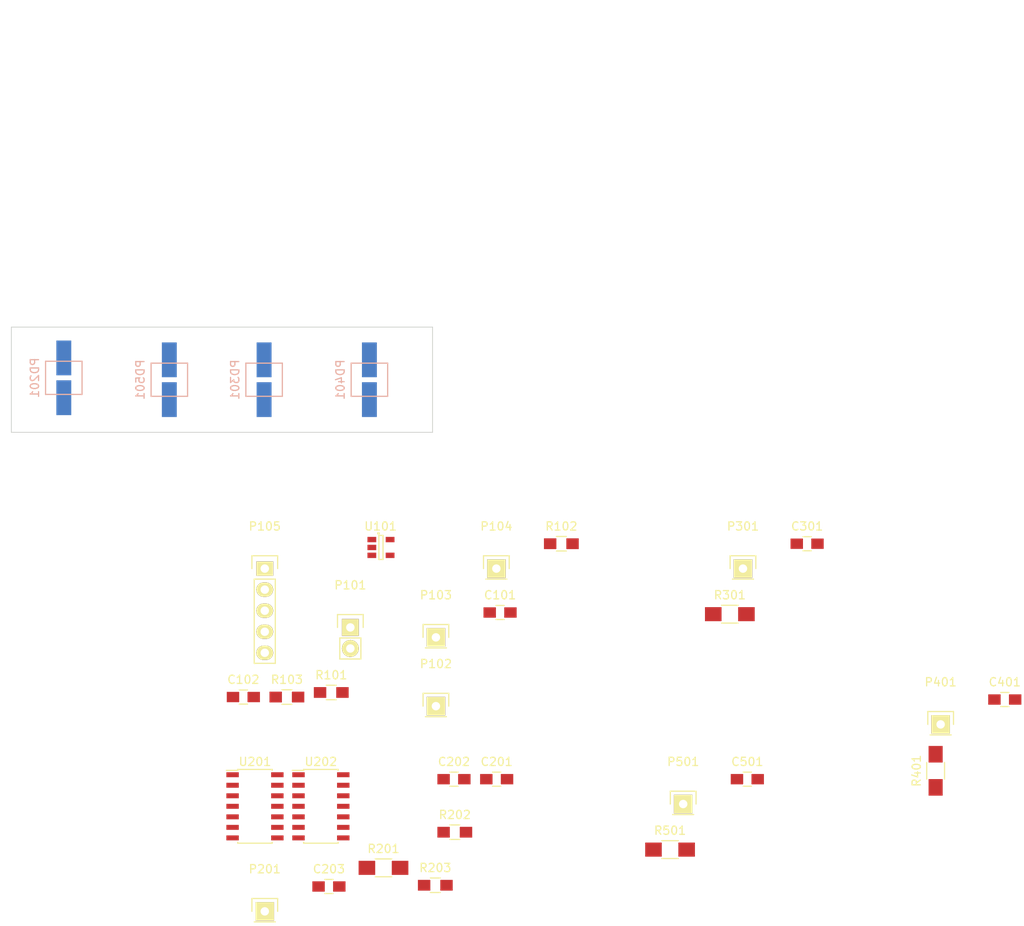
<source format=kicad_pcb>
(kicad_pcb (version 4) (host pcbnew 0.201505141916+5653~23~ubuntu14.04.1-product)

  (general
    (links 69)
    (no_connects 69)
    (area 77.419999 105.359999 128.320001 118.160001)
    (thickness 1.6)
    (drawings 8)
    (tracks 0)
    (zones 0)
    (modules 33)
    (nets 21)
  )

  (page A4)
  (layers
    (0 F.Cu signal)
    (31 B.Cu signal)
    (32 B.Adhes user)
    (33 F.Adhes user)
    (34 B.Paste user)
    (35 F.Paste user)
    (36 B.SilkS user)
    (37 F.SilkS user)
    (38 B.Mask user)
    (39 F.Mask user)
    (40 Dwgs.User user)
    (41 Cmts.User user)
    (42 Eco1.User user)
    (43 Eco2.User user)
    (44 Edge.Cuts user)
    (45 Margin user)
    (46 B.CrtYd user)
    (47 F.CrtYd user)
    (48 B.Fab user)
    (49 F.Fab user)
  )

  (setup
    (last_trace_width 0.254)
    (trace_clearance 0.254)
    (zone_clearance 0.508)
    (zone_45_only no)
    (trace_min 0.254)
    (segment_width 0.2)
    (edge_width 0.1)
    (via_size 0.889)
    (via_drill 0.635)
    (via_min_size 0.889)
    (via_min_drill 0.508)
    (uvia_size 0.508)
    (uvia_drill 0.127)
    (uvias_allowed no)
    (uvia_min_size 0.508)
    (uvia_min_drill 0.127)
    (pcb_text_width 0.3)
    (pcb_text_size 1.5 1.5)
    (mod_edge_width 0.15)
    (mod_text_size 1 1)
    (mod_text_width 0.15)
    (pad_size 1.5 1.5)
    (pad_drill 0.6)
    (pad_to_mask_clearance 0)
    (aux_axis_origin 0 0)
    (visible_elements FFFFFF7F)
    (pcbplotparams
      (layerselection 0x00030_80000001)
      (usegerberextensions false)
      (excludeedgelayer true)
      (linewidth 0.100000)
      (plotframeref false)
      (viasonmask false)
      (mode 1)
      (useauxorigin false)
      (hpglpennumber 1)
      (hpglpenspeed 20)
      (hpglpendiameter 15)
      (hpglpenoverlay 2)
      (psnegative false)
      (psa4output false)
      (plotreference true)
      (plotvalue true)
      (plotinvisibletext false)
      (padsonsilk false)
      (subtractmaskfromsilk false)
      (outputformat 1)
      (mirror false)
      (drillshape 1)
      (scaleselection 1)
      (outputdirectory ""))
  )

  (net 0 "")
  (net 1 "Net-(C101-Pad1)")
  (net 2 GND)
  (net 3 3V)
  (net 4 "Net-(C202-Pad1)")
  (net 5 "Net-(C202-Pad2)")
  (net 6 "Net-(C301-Pad1)")
  (net 7 "Net-(C301-Pad2)")
  (net 8 "Net-(C401-Pad1)")
  (net 9 "Net-(C401-Pad2)")
  (net 10 "Net-(C501-Pad1)")
  (net 11 "Net-(C501-Pad2)")
  (net 12 VGND)
  (net 13 /Channel1Photodetect/Channel1_Out)
  (net 14 /Channel2Photodetect/Channel2_Out)
  (net 15 /Channel3Photodetect/Channel3_Out)
  (net 16 /Channel4Photodetect/Channel4_Out)
  (net 17 "Net-(R101-Pad1)")
  (net 18 /Channel2Photodetect/REF_IN)
  (net 19 "Net-(R203-Pad1)")
  (net 20 "Net-(U101-Pad4)")

  (net_class Default "This is the default net class."
    (clearance 0.254)
    (trace_width 0.254)
    (via_dia 0.889)
    (via_drill 0.635)
    (uvia_dia 0.508)
    (uvia_drill 0.127)
    (add_net /Channel1Photodetect/Channel1_Out)
    (add_net /Channel2Photodetect/Channel2_Out)
    (add_net /Channel2Photodetect/REF_IN)
    (add_net /Channel3Photodetect/Channel3_Out)
    (add_net /Channel4Photodetect/Channel4_Out)
    (add_net 3V)
    (add_net GND)
    (add_net "Net-(C101-Pad1)")
    (add_net "Net-(C202-Pad1)")
    (add_net "Net-(C202-Pad2)")
    (add_net "Net-(C301-Pad1)")
    (add_net "Net-(C301-Pad2)")
    (add_net "Net-(C401-Pad1)")
    (add_net "Net-(C401-Pad2)")
    (add_net "Net-(C501-Pad1)")
    (add_net "Net-(C501-Pad2)")
    (add_net "Net-(R101-Pad1)")
    (add_net "Net-(R203-Pad1)")
    (add_net "Net-(U101-Pad4)")
    (add_net VGND)
  )

  (module Capacitors_SMD:C_0805_HandSoldering (layer F.Cu) (tedit 541A9B8D) (tstamp 5556546A)
    (at 136.409001 139.849)
    (descr "Capacitor SMD 0805, hand soldering")
    (tags "capacitor 0805")
    (path /555651D9)
    (attr smd)
    (fp_text reference C101 (at 0 -2.1) (layer F.SilkS)
      (effects (font (size 1 1) (thickness 0.15)))
    )
    (fp_text value 1U (at 0 2.1) (layer F.Fab)
      (effects (font (size 1 1) (thickness 0.15)))
    )
    (fp_line (start -2.3 -1) (end 2.3 -1) (layer F.CrtYd) (width 0.05))
    (fp_line (start -2.3 1) (end 2.3 1) (layer F.CrtYd) (width 0.05))
    (fp_line (start -2.3 -1) (end -2.3 1) (layer F.CrtYd) (width 0.05))
    (fp_line (start 2.3 -1) (end 2.3 1) (layer F.CrtYd) (width 0.05))
    (fp_line (start 0.5 -0.85) (end -0.5 -0.85) (layer F.SilkS) (width 0.15))
    (fp_line (start -0.5 0.85) (end 0.5 0.85) (layer F.SilkS) (width 0.15))
    (pad 1 smd rect (at -1.25 0) (size 1.5 1.25) (layers F.Cu F.Paste F.Mask)
      (net 1 "Net-(C101-Pad1)"))
    (pad 2 smd rect (at 1.25 0) (size 1.5 1.25) (layers F.Cu F.Paste F.Mask)
      (net 2 GND))
    (model Capacitors_SMD.3dshapes/C_0805_HandSoldering.wrl
      (at (xyz 0 0 0))
      (scale (xyz 1 1 1))
      (rotate (xyz 0 0 0))
    )
  )

  (module Capacitors_SMD:C_0805_HandSoldering (layer F.Cu) (tedit 541A9B8D) (tstamp 55565470)
    (at 105.449001 150.049)
    (descr "Capacitor SMD 0805, hand soldering")
    (tags "capacitor 0805")
    (path /55565240)
    (attr smd)
    (fp_text reference C102 (at 0 -2.1) (layer F.SilkS)
      (effects (font (size 1 1) (thickness 0.15)))
    )
    (fp_text value 1U (at 0 2.1) (layer F.Fab)
      (effects (font (size 1 1) (thickness 0.15)))
    )
    (fp_line (start -2.3 -1) (end 2.3 -1) (layer F.CrtYd) (width 0.05))
    (fp_line (start -2.3 1) (end 2.3 1) (layer F.CrtYd) (width 0.05))
    (fp_line (start -2.3 -1) (end -2.3 1) (layer F.CrtYd) (width 0.05))
    (fp_line (start 2.3 -1) (end 2.3 1) (layer F.CrtYd) (width 0.05))
    (fp_line (start 0.5 -0.85) (end -0.5 -0.85) (layer F.SilkS) (width 0.15))
    (fp_line (start -0.5 0.85) (end 0.5 0.85) (layer F.SilkS) (width 0.15))
    (pad 1 smd rect (at -1.25 0) (size 1.5 1.25) (layers F.Cu F.Paste F.Mask)
      (net 3 3V))
    (pad 2 smd rect (at 1.25 0) (size 1.5 1.25) (layers F.Cu F.Paste F.Mask)
      (net 2 GND))
    (model Capacitors_SMD.3dshapes/C_0805_HandSoldering.wrl
      (at (xyz 0 0 0))
      (scale (xyz 1 1 1))
      (rotate (xyz 0 0 0))
    )
  )

  (module Capacitors_SMD:C_0805_HandSoldering (layer F.Cu) (tedit 541A9B8D) (tstamp 55565476)
    (at 135.999001 159.959)
    (descr "Capacitor SMD 0805, hand soldering")
    (tags "capacitor 0805")
    (path /5552CD55/5552D53D)
    (attr smd)
    (fp_text reference C201 (at 0 -2.1) (layer F.SilkS)
      (effects (font (size 1 1) (thickness 0.15)))
    )
    (fp_text value .1U (at 0 2.1) (layer F.Fab)
      (effects (font (size 1 1) (thickness 0.15)))
    )
    (fp_line (start -2.3 -1) (end 2.3 -1) (layer F.CrtYd) (width 0.05))
    (fp_line (start -2.3 1) (end 2.3 1) (layer F.CrtYd) (width 0.05))
    (fp_line (start -2.3 -1) (end -2.3 1) (layer F.CrtYd) (width 0.05))
    (fp_line (start 2.3 -1) (end 2.3 1) (layer F.CrtYd) (width 0.05))
    (fp_line (start 0.5 -0.85) (end -0.5 -0.85) (layer F.SilkS) (width 0.15))
    (fp_line (start -0.5 0.85) (end 0.5 0.85) (layer F.SilkS) (width 0.15))
    (pad 1 smd rect (at -1.25 0) (size 1.5 1.25) (layers F.Cu F.Paste F.Mask)
      (net 2 GND))
    (pad 2 smd rect (at 1.25 0) (size 1.5 1.25) (layers F.Cu F.Paste F.Mask)
      (net 3 3V))
    (model Capacitors_SMD.3dshapes/C_0805_HandSoldering.wrl
      (at (xyz 0 0 0))
      (scale (xyz 1 1 1))
      (rotate (xyz 0 0 0))
    )
  )

  (module Capacitors_SMD:C_0805_HandSoldering (layer F.Cu) (tedit 541A9B8D) (tstamp 5556547C)
    (at 130.849001 159.959)
    (descr "Capacitor SMD 0805, hand soldering")
    (tags "capacitor 0805")
    (path /5552CD55/5552D504)
    (attr smd)
    (fp_text reference C202 (at 0 -2.1) (layer F.SilkS)
      (effects (font (size 1 1) (thickness 0.15)))
    )
    (fp_text value 100p (at 0 2.1) (layer F.Fab)
      (effects (font (size 1 1) (thickness 0.15)))
    )
    (fp_line (start -2.3 -1) (end 2.3 -1) (layer F.CrtYd) (width 0.05))
    (fp_line (start -2.3 1) (end 2.3 1) (layer F.CrtYd) (width 0.05))
    (fp_line (start -2.3 -1) (end -2.3 1) (layer F.CrtYd) (width 0.05))
    (fp_line (start 2.3 -1) (end 2.3 1) (layer F.CrtYd) (width 0.05))
    (fp_line (start 0.5 -0.85) (end -0.5 -0.85) (layer F.SilkS) (width 0.15))
    (fp_line (start -0.5 0.85) (end 0.5 0.85) (layer F.SilkS) (width 0.15))
    (pad 1 smd rect (at -1.25 0) (size 1.5 1.25) (layers F.Cu F.Paste F.Mask)
      (net 4 "Net-(C202-Pad1)"))
    (pad 2 smd rect (at 1.25 0) (size 1.5 1.25) (layers F.Cu F.Paste F.Mask)
      (net 5 "Net-(C202-Pad2)"))
    (model Capacitors_SMD.3dshapes/C_0805_HandSoldering.wrl
      (at (xyz 0 0 0))
      (scale (xyz 1 1 1))
      (rotate (xyz 0 0 0))
    )
  )

  (module Capacitors_SMD:C_0805_HandSoldering (layer F.Cu) (tedit 541A9B8D) (tstamp 55565482)
    (at 115.769001 172.909)
    (descr "Capacitor SMD 0805, hand soldering")
    (tags "capacitor 0805")
    (path /5552CD55/5552D589)
    (attr smd)
    (fp_text reference C203 (at 0 -2.1) (layer F.SilkS)
      (effects (font (size 1 1) (thickness 0.15)))
    )
    (fp_text value .1U (at 0 2.1) (layer F.Fab)
      (effects (font (size 1 1) (thickness 0.15)))
    )
    (fp_line (start -2.3 -1) (end 2.3 -1) (layer F.CrtYd) (width 0.05))
    (fp_line (start -2.3 1) (end 2.3 1) (layer F.CrtYd) (width 0.05))
    (fp_line (start -2.3 -1) (end -2.3 1) (layer F.CrtYd) (width 0.05))
    (fp_line (start 2.3 -1) (end 2.3 1) (layer F.CrtYd) (width 0.05))
    (fp_line (start 0.5 -0.85) (end -0.5 -0.85) (layer F.SilkS) (width 0.15))
    (fp_line (start -0.5 0.85) (end 0.5 0.85) (layer F.SilkS) (width 0.15))
    (pad 1 smd rect (at -1.25 0) (size 1.5 1.25) (layers F.Cu F.Paste F.Mask)
      (net 2 GND))
    (pad 2 smd rect (at 1.25 0) (size 1.5 1.25) (layers F.Cu F.Paste F.Mask)
      (net 3 3V))
    (model Capacitors_SMD.3dshapes/C_0805_HandSoldering.wrl
      (at (xyz 0 0 0))
      (scale (xyz 1 1 1))
      (rotate (xyz 0 0 0))
    )
  )

  (module Capacitors_SMD:C_0805_HandSoldering (layer F.Cu) (tedit 541A9B8D) (tstamp 55565488)
    (at 173.439001 131.549)
    (descr "Capacitor SMD 0805, hand soldering")
    (tags "capacitor 0805")
    (path /5552DDC5/5552E2D5)
    (attr smd)
    (fp_text reference C301 (at 0 -2.1) (layer F.SilkS)
      (effects (font (size 1 1) (thickness 0.15)))
    )
    (fp_text value 100p (at 0 2.1) (layer F.Fab)
      (effects (font (size 1 1) (thickness 0.15)))
    )
    (fp_line (start -2.3 -1) (end 2.3 -1) (layer F.CrtYd) (width 0.05))
    (fp_line (start -2.3 1) (end 2.3 1) (layer F.CrtYd) (width 0.05))
    (fp_line (start -2.3 -1) (end -2.3 1) (layer F.CrtYd) (width 0.05))
    (fp_line (start 2.3 -1) (end 2.3 1) (layer F.CrtYd) (width 0.05))
    (fp_line (start 0.5 -0.85) (end -0.5 -0.85) (layer F.SilkS) (width 0.15))
    (fp_line (start -0.5 0.85) (end 0.5 0.85) (layer F.SilkS) (width 0.15))
    (pad 1 smd rect (at -1.25 0) (size 1.5 1.25) (layers F.Cu F.Paste F.Mask)
      (net 6 "Net-(C301-Pad1)"))
    (pad 2 smd rect (at 1.25 0) (size 1.5 1.25) (layers F.Cu F.Paste F.Mask)
      (net 7 "Net-(C301-Pad2)"))
    (model Capacitors_SMD.3dshapes/C_0805_HandSoldering.wrl
      (at (xyz 0 0 0))
      (scale (xyz 1 1 1))
      (rotate (xyz 0 0 0))
    )
  )

  (module Capacitors_SMD:C_0805_HandSoldering (layer F.Cu) (tedit 541A9B8D) (tstamp 5556548E)
    (at 197.279001 150.349)
    (descr "Capacitor SMD 0805, hand soldering")
    (tags "capacitor 0805")
    (path /5552DDD1/5552FFB3)
    (attr smd)
    (fp_text reference C401 (at 0 -2.1) (layer F.SilkS)
      (effects (font (size 1 1) (thickness 0.15)))
    )
    (fp_text value 100p (at 0 2.1) (layer F.Fab)
      (effects (font (size 1 1) (thickness 0.15)))
    )
    (fp_line (start -2.3 -1) (end 2.3 -1) (layer F.CrtYd) (width 0.05))
    (fp_line (start -2.3 1) (end 2.3 1) (layer F.CrtYd) (width 0.05))
    (fp_line (start -2.3 -1) (end -2.3 1) (layer F.CrtYd) (width 0.05))
    (fp_line (start 2.3 -1) (end 2.3 1) (layer F.CrtYd) (width 0.05))
    (fp_line (start 0.5 -0.85) (end -0.5 -0.85) (layer F.SilkS) (width 0.15))
    (fp_line (start -0.5 0.85) (end 0.5 0.85) (layer F.SilkS) (width 0.15))
    (pad 1 smd rect (at -1.25 0) (size 1.5 1.25) (layers F.Cu F.Paste F.Mask)
      (net 8 "Net-(C401-Pad1)"))
    (pad 2 smd rect (at 1.25 0) (size 1.5 1.25) (layers F.Cu F.Paste F.Mask)
      (net 9 "Net-(C401-Pad2)"))
    (model Capacitors_SMD.3dshapes/C_0805_HandSoldering.wrl
      (at (xyz 0 0 0))
      (scale (xyz 1 1 1))
      (rotate (xyz 0 0 0))
    )
  )

  (module Capacitors_SMD:C_0805_HandSoldering (layer F.Cu) (tedit 541A9B8D) (tstamp 55565494)
    (at 166.229001 159.959)
    (descr "Capacitor SMD 0805, hand soldering")
    (tags "capacitor 0805")
    (path /5552DDCE/5552F9AB)
    (attr smd)
    (fp_text reference C501 (at 0 -2.1) (layer F.SilkS)
      (effects (font (size 1 1) (thickness 0.15)))
    )
    (fp_text value 100p (at 0 2.1) (layer F.Fab)
      (effects (font (size 1 1) (thickness 0.15)))
    )
    (fp_line (start -2.3 -1) (end 2.3 -1) (layer F.CrtYd) (width 0.05))
    (fp_line (start -2.3 1) (end 2.3 1) (layer F.CrtYd) (width 0.05))
    (fp_line (start -2.3 -1) (end -2.3 1) (layer F.CrtYd) (width 0.05))
    (fp_line (start 2.3 -1) (end 2.3 1) (layer F.CrtYd) (width 0.05))
    (fp_line (start 0.5 -0.85) (end -0.5 -0.85) (layer F.SilkS) (width 0.15))
    (fp_line (start -0.5 0.85) (end 0.5 0.85) (layer F.SilkS) (width 0.15))
    (pad 1 smd rect (at -1.25 0) (size 1.5 1.25) (layers F.Cu F.Paste F.Mask)
      (net 10 "Net-(C501-Pad1)"))
    (pad 2 smd rect (at 1.25 0) (size 1.5 1.25) (layers F.Cu F.Paste F.Mask)
      (net 11 "Net-(C501-Pad2)"))
    (model Capacitors_SMD.3dshapes/C_0805_HandSoldering.wrl
      (at (xyz 0 0 0))
      (scale (xyz 1 1 1))
      (rotate (xyz 0 0 0))
    )
  )

  (module Pin_Headers:Pin_Header_Straight_1x02 (layer F.Cu) (tedit 54EA090C) (tstamp 5556549A)
    (at 118.352333 141.649)
    (descr "Through hole pin header")
    (tags "pin header")
    (path /55563E64)
    (fp_text reference P101 (at 0 -5.1) (layer F.SilkS)
      (effects (font (size 1 1) (thickness 0.15)))
    )
    (fp_text value CONN_01X02 (at 0 -3.1) (layer F.Fab)
      (effects (font (size 1 1) (thickness 0.15)))
    )
    (fp_line (start 1.27 1.27) (end 1.27 3.81) (layer F.SilkS) (width 0.15))
    (fp_line (start 1.55 -1.55) (end 1.55 0) (layer F.SilkS) (width 0.15))
    (fp_line (start -1.75 -1.75) (end -1.75 4.3) (layer F.CrtYd) (width 0.05))
    (fp_line (start 1.75 -1.75) (end 1.75 4.3) (layer F.CrtYd) (width 0.05))
    (fp_line (start -1.75 -1.75) (end 1.75 -1.75) (layer F.CrtYd) (width 0.05))
    (fp_line (start -1.75 4.3) (end 1.75 4.3) (layer F.CrtYd) (width 0.05))
    (fp_line (start 1.27 1.27) (end -1.27 1.27) (layer F.SilkS) (width 0.15))
    (fp_line (start -1.55 0) (end -1.55 -1.55) (layer F.SilkS) (width 0.15))
    (fp_line (start -1.55 -1.55) (end 1.55 -1.55) (layer F.SilkS) (width 0.15))
    (fp_line (start -1.27 1.27) (end -1.27 3.81) (layer F.SilkS) (width 0.15))
    (fp_line (start -1.27 3.81) (end 1.27 3.81) (layer F.SilkS) (width 0.15))
    (pad 1 thru_hole rect (at 0 0) (size 2.032 2.032) (drill 1.016) (layers *.Cu *.Mask F.SilkS)
      (net 2 GND))
    (pad 2 thru_hole oval (at 0 2.54) (size 2.032 2.032) (drill 1.016) (layers *.Cu *.Mask F.SilkS)
      (net 1 "Net-(C101-Pad1)"))
    (model Pin_Headers.3dshapes/Pin_Header_Straight_1x02.wrl
      (at (xyz 0 -0.05 0))
      (scale (xyz 1 1 1))
      (rotate (xyz 0 0 90))
    )
  )

  (module Pin_Headers:Pin_Header_Straight_1x01 (layer F.Cu) (tedit 54EA08DC) (tstamp 5556549F)
    (at 128.672333 151.149)
    (descr "Through hole pin header")
    (tags "pin header")
    (path /555640A4)
    (fp_text reference P102 (at 0 -5.1) (layer F.SilkS)
      (effects (font (size 1 1) (thickness 0.15)))
    )
    (fp_text value CONN_01X01 (at 0 -3.1) (layer F.Fab)
      (effects (font (size 1 1) (thickness 0.15)))
    )
    (fp_line (start 1.55 -1.55) (end 1.55 0) (layer F.SilkS) (width 0.15))
    (fp_line (start -1.75 -1.75) (end -1.75 1.75) (layer F.CrtYd) (width 0.05))
    (fp_line (start 1.75 -1.75) (end 1.75 1.75) (layer F.CrtYd) (width 0.05))
    (fp_line (start -1.75 -1.75) (end 1.75 -1.75) (layer F.CrtYd) (width 0.05))
    (fp_line (start -1.75 1.75) (end 1.75 1.75) (layer F.CrtYd) (width 0.05))
    (fp_line (start -1.55 0) (end -1.55 -1.55) (layer F.SilkS) (width 0.15))
    (fp_line (start -1.55 -1.55) (end 1.55 -1.55) (layer F.SilkS) (width 0.15))
    (fp_line (start -1.27 1.27) (end 1.27 1.27) (layer F.SilkS) (width 0.15))
    (pad 1 thru_hole rect (at 0 0) (size 2.2352 2.2352) (drill 1.016) (layers *.Cu *.Mask F.SilkS)
      (net 12 VGND))
    (model Pin_Headers.3dshapes/Pin_Header_Straight_1x01.wrl
      (at (xyz 0 0 0))
      (scale (xyz 1 1 1))
      (rotate (xyz 0 0 90))
    )
  )

  (module Pin_Headers:Pin_Header_Straight_1x01 (layer F.Cu) (tedit 54EA08DC) (tstamp 555654A4)
    (at 128.672333 142.849)
    (descr "Through hole pin header")
    (tags "pin header")
    (path /55563D09)
    (fp_text reference P103 (at 0 -5.1) (layer F.SilkS)
      (effects (font (size 1 1) (thickness 0.15)))
    )
    (fp_text value CONN_01X01 (at 0 -3.1) (layer F.Fab)
      (effects (font (size 1 1) (thickness 0.15)))
    )
    (fp_line (start 1.55 -1.55) (end 1.55 0) (layer F.SilkS) (width 0.15))
    (fp_line (start -1.75 -1.75) (end -1.75 1.75) (layer F.CrtYd) (width 0.05))
    (fp_line (start 1.75 -1.75) (end 1.75 1.75) (layer F.CrtYd) (width 0.05))
    (fp_line (start -1.75 -1.75) (end 1.75 -1.75) (layer F.CrtYd) (width 0.05))
    (fp_line (start -1.75 1.75) (end 1.75 1.75) (layer F.CrtYd) (width 0.05))
    (fp_line (start -1.55 0) (end -1.55 -1.55) (layer F.SilkS) (width 0.15))
    (fp_line (start -1.55 -1.55) (end 1.55 -1.55) (layer F.SilkS) (width 0.15))
    (fp_line (start -1.27 1.27) (end 1.27 1.27) (layer F.SilkS) (width 0.15))
    (pad 1 thru_hole rect (at 0 0) (size 2.2352 2.2352) (drill 1.016) (layers *.Cu *.Mask F.SilkS)
      (net 3 3V))
    (model Pin_Headers.3dshapes/Pin_Header_Straight_1x01.wrl
      (at (xyz 0 0 0))
      (scale (xyz 1 1 1))
      (rotate (xyz 0 0 90))
    )
  )

  (module Pin_Headers:Pin_Header_Straight_1x01 (layer F.Cu) (tedit 54EA08DC) (tstamp 555654A9)
    (at 135.962333 134.549)
    (descr "Through hole pin header")
    (tags "pin header")
    (path /5556454C)
    (fp_text reference P104 (at 0 -5.1) (layer F.SilkS)
      (effects (font (size 1 1) (thickness 0.15)))
    )
    (fp_text value CONN_01X01 (at 0 -3.1) (layer F.Fab)
      (effects (font (size 1 1) (thickness 0.15)))
    )
    (fp_line (start 1.55 -1.55) (end 1.55 0) (layer F.SilkS) (width 0.15))
    (fp_line (start -1.75 -1.75) (end -1.75 1.75) (layer F.CrtYd) (width 0.05))
    (fp_line (start 1.75 -1.75) (end 1.75 1.75) (layer F.CrtYd) (width 0.05))
    (fp_line (start -1.75 -1.75) (end 1.75 -1.75) (layer F.CrtYd) (width 0.05))
    (fp_line (start -1.75 1.75) (end 1.75 1.75) (layer F.CrtYd) (width 0.05))
    (fp_line (start -1.55 0) (end -1.55 -1.55) (layer F.SilkS) (width 0.15))
    (fp_line (start -1.55 -1.55) (end 1.55 -1.55) (layer F.SilkS) (width 0.15))
    (fp_line (start -1.27 1.27) (end 1.27 1.27) (layer F.SilkS) (width 0.15))
    (pad 1 thru_hole rect (at 0 0) (size 2.2352 2.2352) (drill 1.016) (layers *.Cu *.Mask F.SilkS)
      (net 2 GND))
    (model Pin_Headers.3dshapes/Pin_Header_Straight_1x01.wrl
      (at (xyz 0 0 0))
      (scale (xyz 1 1 1))
      (rotate (xyz 0 0 90))
    )
  )

  (module Pin_Headers:Pin_Header_Straight_1x05 (layer F.Cu) (tedit 54EA0684) (tstamp 555654B2)
    (at 108.032333 134.549)
    (descr "Through hole pin header")
    (tags "pin header")
    (path /55562432)
    (fp_text reference P105 (at 0 -5.1) (layer F.SilkS)
      (effects (font (size 1 1) (thickness 0.15)))
    )
    (fp_text value CONN_01X05 (at 0 -3.1) (layer F.Fab)
      (effects (font (size 1 1) (thickness 0.15)))
    )
    (fp_line (start -1.55 0) (end -1.55 -1.55) (layer F.SilkS) (width 0.15))
    (fp_line (start -1.55 -1.55) (end 1.55 -1.55) (layer F.SilkS) (width 0.15))
    (fp_line (start 1.55 -1.55) (end 1.55 0) (layer F.SilkS) (width 0.15))
    (fp_line (start -1.75 -1.75) (end -1.75 11.95) (layer F.CrtYd) (width 0.05))
    (fp_line (start 1.75 -1.75) (end 1.75 11.95) (layer F.CrtYd) (width 0.05))
    (fp_line (start -1.75 -1.75) (end 1.75 -1.75) (layer F.CrtYd) (width 0.05))
    (fp_line (start -1.75 11.95) (end 1.75 11.95) (layer F.CrtYd) (width 0.05))
    (fp_line (start 1.27 1.27) (end 1.27 11.43) (layer F.SilkS) (width 0.15))
    (fp_line (start 1.27 11.43) (end -1.27 11.43) (layer F.SilkS) (width 0.15))
    (fp_line (start -1.27 11.43) (end -1.27 1.27) (layer F.SilkS) (width 0.15))
    (fp_line (start 1.27 1.27) (end -1.27 1.27) (layer F.SilkS) (width 0.15))
    (pad 1 thru_hole rect (at 0 0) (size 2.032 1.7272) (drill 1.016) (layers *.Cu *.Mask F.SilkS)
      (net 13 /Channel1Photodetect/Channel1_Out))
    (pad 2 thru_hole oval (at 0 2.54) (size 2.032 1.7272) (drill 1.016) (layers *.Cu *.Mask F.SilkS)
      (net 14 /Channel2Photodetect/Channel2_Out))
    (pad 3 thru_hole oval (at 0 5.08) (size 2.032 1.7272) (drill 1.016) (layers *.Cu *.Mask F.SilkS)
      (net 15 /Channel3Photodetect/Channel3_Out))
    (pad 4 thru_hole oval (at 0 7.62) (size 2.032 1.7272) (drill 1.016) (layers *.Cu *.Mask F.SilkS)
      (net 16 /Channel4Photodetect/Channel4_Out))
    (pad 5 thru_hole oval (at 0 10.16) (size 2.032 1.7272) (drill 1.016) (layers *.Cu *.Mask F.SilkS)
      (net 2 GND))
    (model Pin_Headers.3dshapes/Pin_Header_Straight_1x05.wrl
      (at (xyz 0 -0.2 0))
      (scale (xyz 1 1 1))
      (rotate (xyz 0 0 90))
    )
  )

  (module Pin_Headers:Pin_Header_Straight_1x01 (layer F.Cu) (tedit 54EA08DC) (tstamp 555654B7)
    (at 108.032333 175.909)
    (descr "Through hole pin header")
    (tags "pin header")
    (path /5552CD55/55569411)
    (fp_text reference P201 (at 0 -5.1) (layer F.SilkS)
      (effects (font (size 1 1) (thickness 0.15)))
    )
    (fp_text value CONN_01X01 (at 0 -3.1) (layer F.Fab)
      (effects (font (size 1 1) (thickness 0.15)))
    )
    (fp_line (start 1.55 -1.55) (end 1.55 0) (layer F.SilkS) (width 0.15))
    (fp_line (start -1.75 -1.75) (end -1.75 1.75) (layer F.CrtYd) (width 0.05))
    (fp_line (start 1.75 -1.75) (end 1.75 1.75) (layer F.CrtYd) (width 0.05))
    (fp_line (start -1.75 -1.75) (end 1.75 -1.75) (layer F.CrtYd) (width 0.05))
    (fp_line (start -1.75 1.75) (end 1.75 1.75) (layer F.CrtYd) (width 0.05))
    (fp_line (start -1.55 0) (end -1.55 -1.55) (layer F.SilkS) (width 0.15))
    (fp_line (start -1.55 -1.55) (end 1.55 -1.55) (layer F.SilkS) (width 0.15))
    (fp_line (start -1.27 1.27) (end 1.27 1.27) (layer F.SilkS) (width 0.15))
    (pad 1 thru_hole rect (at 0 0) (size 2.2352 2.2352) (drill 1.016) (layers *.Cu *.Mask F.SilkS)
      (net 4 "Net-(C202-Pad1)"))
    (model Pin_Headers.3dshapes/Pin_Header_Straight_1x01.wrl
      (at (xyz 0 0 0))
      (scale (xyz 1 1 1))
      (rotate (xyz 0 0 90))
    )
  )

  (module Pin_Headers:Pin_Header_Straight_1x01 (layer F.Cu) (tedit 54EA08DC) (tstamp 555654BC)
    (at 165.702333 134.549)
    (descr "Through hole pin header")
    (tags "pin header")
    (path /5552DDC5/55563262)
    (fp_text reference P301 (at 0 -5.1) (layer F.SilkS)
      (effects (font (size 1 1) (thickness 0.15)))
    )
    (fp_text value CONN_01X01 (at 0 -3.1) (layer F.Fab)
      (effects (font (size 1 1) (thickness 0.15)))
    )
    (fp_line (start 1.55 -1.55) (end 1.55 0) (layer F.SilkS) (width 0.15))
    (fp_line (start -1.75 -1.75) (end -1.75 1.75) (layer F.CrtYd) (width 0.05))
    (fp_line (start 1.75 -1.75) (end 1.75 1.75) (layer F.CrtYd) (width 0.05))
    (fp_line (start -1.75 -1.75) (end 1.75 -1.75) (layer F.CrtYd) (width 0.05))
    (fp_line (start -1.75 1.75) (end 1.75 1.75) (layer F.CrtYd) (width 0.05))
    (fp_line (start -1.55 0) (end -1.55 -1.55) (layer F.SilkS) (width 0.15))
    (fp_line (start -1.55 -1.55) (end 1.55 -1.55) (layer F.SilkS) (width 0.15))
    (fp_line (start -1.27 1.27) (end 1.27 1.27) (layer F.SilkS) (width 0.15))
    (pad 1 thru_hole rect (at 0 0) (size 2.2352 2.2352) (drill 1.016) (layers *.Cu *.Mask F.SilkS)
      (net 6 "Net-(C301-Pad1)"))
    (model Pin_Headers.3dshapes/Pin_Header_Straight_1x01.wrl
      (at (xyz 0 0 0))
      (scale (xyz 1 1 1))
      (rotate (xyz 0 0 90))
    )
  )

  (module Pin_Headers:Pin_Header_Straight_1x01 (layer F.Cu) (tedit 54EA08DC) (tstamp 555654C1)
    (at 189.542333 153.349)
    (descr "Through hole pin header")
    (tags "pin header")
    (path /5552DDD1/555633D1)
    (fp_text reference P401 (at 0 -5.1) (layer F.SilkS)
      (effects (font (size 1 1) (thickness 0.15)))
    )
    (fp_text value CONN_01X01 (at 0 -3.1) (layer F.Fab)
      (effects (font (size 1 1) (thickness 0.15)))
    )
    (fp_line (start 1.55 -1.55) (end 1.55 0) (layer F.SilkS) (width 0.15))
    (fp_line (start -1.75 -1.75) (end -1.75 1.75) (layer F.CrtYd) (width 0.05))
    (fp_line (start 1.75 -1.75) (end 1.75 1.75) (layer F.CrtYd) (width 0.05))
    (fp_line (start -1.75 -1.75) (end 1.75 -1.75) (layer F.CrtYd) (width 0.05))
    (fp_line (start -1.75 1.75) (end 1.75 1.75) (layer F.CrtYd) (width 0.05))
    (fp_line (start -1.55 0) (end -1.55 -1.55) (layer F.SilkS) (width 0.15))
    (fp_line (start -1.55 -1.55) (end 1.55 -1.55) (layer F.SilkS) (width 0.15))
    (fp_line (start -1.27 1.27) (end 1.27 1.27) (layer F.SilkS) (width 0.15))
    (pad 1 thru_hole rect (at 0 0) (size 2.2352 2.2352) (drill 1.016) (layers *.Cu *.Mask F.SilkS)
      (net 8 "Net-(C401-Pad1)"))
    (model Pin_Headers.3dshapes/Pin_Header_Straight_1x01.wrl
      (at (xyz 0 0 0))
      (scale (xyz 1 1 1))
      (rotate (xyz 0 0 90))
    )
  )

  (module Pin_Headers:Pin_Header_Straight_1x01 (layer F.Cu) (tedit 54EA08DC) (tstamp 555654C6)
    (at 158.492333 162.959)
    (descr "Through hole pin header")
    (tags "pin header")
    (path /5552DDCE/555630BF)
    (fp_text reference P501 (at 0 -5.1) (layer F.SilkS)
      (effects (font (size 1 1) (thickness 0.15)))
    )
    (fp_text value CONN_01X01 (at 0 -3.1) (layer F.Fab)
      (effects (font (size 1 1) (thickness 0.15)))
    )
    (fp_line (start 1.55 -1.55) (end 1.55 0) (layer F.SilkS) (width 0.15))
    (fp_line (start -1.75 -1.75) (end -1.75 1.75) (layer F.CrtYd) (width 0.05))
    (fp_line (start 1.75 -1.75) (end 1.75 1.75) (layer F.CrtYd) (width 0.05))
    (fp_line (start -1.75 -1.75) (end 1.75 -1.75) (layer F.CrtYd) (width 0.05))
    (fp_line (start -1.75 1.75) (end 1.75 1.75) (layer F.CrtYd) (width 0.05))
    (fp_line (start -1.55 0) (end -1.55 -1.55) (layer F.SilkS) (width 0.15))
    (fp_line (start -1.55 -1.55) (end 1.55 -1.55) (layer F.SilkS) (width 0.15))
    (fp_line (start -1.27 1.27) (end 1.27 1.27) (layer F.SilkS) (width 0.15))
    (pad 1 thru_hole rect (at 0 0) (size 2.2352 2.2352) (drill 1.016) (layers *.Cu *.Mask F.SilkS)
      (net 10 "Net-(C501-Pad1)"))
    (model Pin_Headers.3dshapes/Pin_Header_Straight_1x01.wrl
      (at (xyz 0 0 0))
      (scale (xyz 1 1 1))
      (rotate (xyz 0 0 90))
    )
  )

  (module Resistors_SMD:R_0805_HandSoldering (layer F.Cu) (tedit 54189DEE) (tstamp 555654CC)
    (at 116.049001 149.499)
    (descr "Resistor SMD 0805, hand soldering")
    (tags "resistor 0805")
    (path /55566A0E)
    (attr smd)
    (fp_text reference R101 (at 0 -2.1) (layer F.SilkS)
      (effects (font (size 1 1) (thickness 0.15)))
    )
    (fp_text value 0 (at 0 2.1) (layer F.Fab)
      (effects (font (size 1 1) (thickness 0.15)))
    )
    (fp_line (start -2.4 -1) (end 2.4 -1) (layer F.CrtYd) (width 0.05))
    (fp_line (start -2.4 1) (end 2.4 1) (layer F.CrtYd) (width 0.05))
    (fp_line (start -2.4 -1) (end -2.4 1) (layer F.CrtYd) (width 0.05))
    (fp_line (start 2.4 -1) (end 2.4 1) (layer F.CrtYd) (width 0.05))
    (fp_line (start 0.6 0.875) (end -0.6 0.875) (layer F.SilkS) (width 0.15))
    (fp_line (start -0.6 -0.875) (end 0.6 -0.875) (layer F.SilkS) (width 0.15))
    (pad 1 smd rect (at -1.35 0) (size 1.5 1.3) (layers F.Cu F.Paste F.Mask)
      (net 17 "Net-(R101-Pad1)"))
    (pad 2 smd rect (at 1.35 0) (size 1.5 1.3) (layers F.Cu F.Paste F.Mask)
      (net 2 GND))
    (model Resistors_SMD.3dshapes/R_0805_HandSoldering.wrl
      (at (xyz 0 0 0))
      (scale (xyz 1 1 1))
      (rotate (xyz 0 0 0))
    )
  )

  (module Resistors_SMD:R_0805_HandSoldering (layer F.Cu) (tedit 54189DEE) (tstamp 555654D2)
    (at 143.799001 131.549)
    (descr "Resistor SMD 0805, hand soldering")
    (tags "resistor 0805")
    (path /5556A99F)
    (attr smd)
    (fp_text reference R102 (at 0 -2.1) (layer F.SilkS)
      (effects (font (size 1 1) (thickness 0.15)))
    )
    (fp_text value 10K (at 0 2.1) (layer F.Fab)
      (effects (font (size 1 1) (thickness 0.15)))
    )
    (fp_line (start -2.4 -1) (end 2.4 -1) (layer F.CrtYd) (width 0.05))
    (fp_line (start -2.4 1) (end 2.4 1) (layer F.CrtYd) (width 0.05))
    (fp_line (start -2.4 -1) (end -2.4 1) (layer F.CrtYd) (width 0.05))
    (fp_line (start 2.4 -1) (end 2.4 1) (layer F.CrtYd) (width 0.05))
    (fp_line (start 0.6 0.875) (end -0.6 0.875) (layer F.SilkS) (width 0.15))
    (fp_line (start -0.6 -0.875) (end 0.6 -0.875) (layer F.SilkS) (width 0.15))
    (pad 1 smd rect (at -1.35 0) (size 1.5 1.3) (layers F.Cu F.Paste F.Mask)
      (net 3 3V))
    (pad 2 smd rect (at 1.35 0) (size 1.5 1.3) (layers F.Cu F.Paste F.Mask)
      (net 12 VGND))
    (model Resistors_SMD.3dshapes/R_0805_HandSoldering.wrl
      (at (xyz 0 0 0))
      (scale (xyz 1 1 1))
      (rotate (xyz 0 0 0))
    )
  )

  (module Resistors_SMD:R_0805_HandSoldering (layer F.Cu) (tedit 54189DEE) (tstamp 555654D8)
    (at 110.699001 150.049)
    (descr "Resistor SMD 0805, hand soldering")
    (tags "resistor 0805")
    (path /5556AA2C)
    (attr smd)
    (fp_text reference R103 (at 0 -2.1) (layer F.SilkS)
      (effects (font (size 1 1) (thickness 0.15)))
    )
    (fp_text value 10K (at 0 2.1) (layer F.Fab)
      (effects (font (size 1 1) (thickness 0.15)))
    )
    (fp_line (start -2.4 -1) (end 2.4 -1) (layer F.CrtYd) (width 0.05))
    (fp_line (start -2.4 1) (end 2.4 1) (layer F.CrtYd) (width 0.05))
    (fp_line (start -2.4 -1) (end -2.4 1) (layer F.CrtYd) (width 0.05))
    (fp_line (start 2.4 -1) (end 2.4 1) (layer F.CrtYd) (width 0.05))
    (fp_line (start 0.6 0.875) (end -0.6 0.875) (layer F.SilkS) (width 0.15))
    (fp_line (start -0.6 -0.875) (end 0.6 -0.875) (layer F.SilkS) (width 0.15))
    (pad 1 smd rect (at -1.35 0) (size 1.5 1.3) (layers F.Cu F.Paste F.Mask)
      (net 12 VGND))
    (pad 2 smd rect (at 1.35 0) (size 1.5 1.3) (layers F.Cu F.Paste F.Mask)
      (net 2 GND))
    (model Resistors_SMD.3dshapes/R_0805_HandSoldering.wrl
      (at (xyz 0 0 0))
      (scale (xyz 1 1 1))
      (rotate (xyz 0 0 0))
    )
  )

  (module Resistors_SMD:R_1206_HandSoldering (layer F.Cu) (tedit 5418A20D) (tstamp 555654DE)
    (at 122.349001 170.659)
    (descr "Resistor SMD 1206, hand soldering")
    (tags "resistor 1206")
    (path /5552CD55/5552D4FD)
    (attr smd)
    (fp_text reference R201 (at 0 -2.3) (layer F.SilkS)
      (effects (font (size 1 1) (thickness 0.15)))
    )
    (fp_text value 1MEG (at 0 2.3) (layer F.Fab)
      (effects (font (size 1 1) (thickness 0.15)))
    )
    (fp_line (start -3.3 -1.2) (end 3.3 -1.2) (layer F.CrtYd) (width 0.05))
    (fp_line (start -3.3 1.2) (end 3.3 1.2) (layer F.CrtYd) (width 0.05))
    (fp_line (start -3.3 -1.2) (end -3.3 1.2) (layer F.CrtYd) (width 0.05))
    (fp_line (start 3.3 -1.2) (end 3.3 1.2) (layer F.CrtYd) (width 0.05))
    (fp_line (start 1 1.075) (end -1 1.075) (layer F.SilkS) (width 0.15))
    (fp_line (start -1 -1.075) (end 1 -1.075) (layer F.SilkS) (width 0.15))
    (pad 1 smd rect (at -2 0) (size 2 1.7) (layers F.Cu F.Paste F.Mask)
      (net 4 "Net-(C202-Pad1)"))
    (pad 2 smd rect (at 2 0) (size 2 1.7) (layers F.Cu F.Paste F.Mask)
      (net 5 "Net-(C202-Pad2)"))
    (model Resistors_SMD.3dshapes/R_1206_HandSoldering.wrl
      (at (xyz 0 0 0))
      (scale (xyz 1 1 1))
      (rotate (xyz 0 0 0))
    )
  )

  (module Resistors_SMD:R_0805_HandSoldering (layer F.Cu) (tedit 54189DEE) (tstamp 555654E4)
    (at 130.949001 166.359)
    (descr "Resistor SMD 0805, hand soldering")
    (tags "resistor 0805")
    (path /5552CD55/5552D566)
    (attr smd)
    (fp_text reference R202 (at 0 -2.1) (layer F.SilkS)
      (effects (font (size 1 1) (thickness 0.15)))
    )
    (fp_text value 10K (at 0 2.1) (layer F.Fab)
      (effects (font (size 1 1) (thickness 0.15)))
    )
    (fp_line (start -2.4 -1) (end 2.4 -1) (layer F.CrtYd) (width 0.05))
    (fp_line (start -2.4 1) (end 2.4 1) (layer F.CrtYd) (width 0.05))
    (fp_line (start -2.4 -1) (end -2.4 1) (layer F.CrtYd) (width 0.05))
    (fp_line (start 2.4 -1) (end 2.4 1) (layer F.CrtYd) (width 0.05))
    (fp_line (start 0.6 0.875) (end -0.6 0.875) (layer F.SilkS) (width 0.15))
    (fp_line (start -0.6 -0.875) (end 0.6 -0.875) (layer F.SilkS) (width 0.15))
    (pad 1 smd rect (at -1.35 0) (size 1.5 1.3) (layers F.Cu F.Paste F.Mask)
      (net 2 GND))
    (pad 2 smd rect (at 1.35 0) (size 1.5 1.3) (layers F.Cu F.Paste F.Mask)
      (net 18 /Channel2Photodetect/REF_IN))
    (model Resistors_SMD.3dshapes/R_0805_HandSoldering.wrl
      (at (xyz 0 0 0))
      (scale (xyz 1 1 1))
      (rotate (xyz 0 0 0))
    )
  )

  (module Resistors_SMD:R_0805_HandSoldering (layer F.Cu) (tedit 54189DEE) (tstamp 555654EA)
    (at 128.599001 172.759)
    (descr "Resistor SMD 0805, hand soldering")
    (tags "resistor 0805")
    (path /5552CD55/5552D55F)
    (attr smd)
    (fp_text reference R203 (at 0 -2.1) (layer F.SilkS)
      (effects (font (size 1 1) (thickness 0.15)))
    )
    (fp_text value 10K (at 0 2.1) (layer F.Fab)
      (effects (font (size 1 1) (thickness 0.15)))
    )
    (fp_line (start -2.4 -1) (end 2.4 -1) (layer F.CrtYd) (width 0.05))
    (fp_line (start -2.4 1) (end 2.4 1) (layer F.CrtYd) (width 0.05))
    (fp_line (start -2.4 -1) (end -2.4 1) (layer F.CrtYd) (width 0.05))
    (fp_line (start 2.4 -1) (end 2.4 1) (layer F.CrtYd) (width 0.05))
    (fp_line (start 0.6 0.875) (end -0.6 0.875) (layer F.SilkS) (width 0.15))
    (fp_line (start -0.6 -0.875) (end 0.6 -0.875) (layer F.SilkS) (width 0.15))
    (pad 1 smd rect (at -1.35 0) (size 1.5 1.3) (layers F.Cu F.Paste F.Mask)
      (net 19 "Net-(R203-Pad1)"))
    (pad 2 smd rect (at 1.35 0) (size 1.5 1.3) (layers F.Cu F.Paste F.Mask)
      (net 3 3V))
    (model Resistors_SMD.3dshapes/R_0805_HandSoldering.wrl
      (at (xyz 0 0 0))
      (scale (xyz 1 1 1))
      (rotate (xyz 0 0 0))
    )
  )

  (module Resistors_SMD:R_1206_HandSoldering (layer F.Cu) (tedit 5418A20D) (tstamp 555654F0)
    (at 164.119001 140.049)
    (descr "Resistor SMD 1206, hand soldering")
    (tags "resistor 1206")
    (path /5552DDC5/5552E2CE)
    (attr smd)
    (fp_text reference R301 (at 0 -2.3) (layer F.SilkS)
      (effects (font (size 1 1) (thickness 0.15)))
    )
    (fp_text value 1MEG (at 0 2.3) (layer F.Fab)
      (effects (font (size 1 1) (thickness 0.15)))
    )
    (fp_line (start -3.3 -1.2) (end 3.3 -1.2) (layer F.CrtYd) (width 0.05))
    (fp_line (start -3.3 1.2) (end 3.3 1.2) (layer F.CrtYd) (width 0.05))
    (fp_line (start -3.3 -1.2) (end -3.3 1.2) (layer F.CrtYd) (width 0.05))
    (fp_line (start 3.3 -1.2) (end 3.3 1.2) (layer F.CrtYd) (width 0.05))
    (fp_line (start 1 1.075) (end -1 1.075) (layer F.SilkS) (width 0.15))
    (fp_line (start -1 -1.075) (end 1 -1.075) (layer F.SilkS) (width 0.15))
    (pad 1 smd rect (at -2 0) (size 2 1.7) (layers F.Cu F.Paste F.Mask)
      (net 6 "Net-(C301-Pad1)"))
    (pad 2 smd rect (at 2 0) (size 2 1.7) (layers F.Cu F.Paste F.Mask)
      (net 7 "Net-(C301-Pad2)"))
    (model Resistors_SMD.3dshapes/R_1206_HandSoldering.wrl
      (at (xyz 0 0 0))
      (scale (xyz 1 1 1))
      (rotate (xyz 0 0 0))
    )
  )

  (module Resistors_SMD:R_1206_HandSoldering (layer F.Cu) (tedit 5418A20D) (tstamp 555654F6)
    (at 188.937571 158.949001 90)
    (descr "Resistor SMD 1206, hand soldering")
    (tags "resistor 1206")
    (path /5552DDD1/5552FFAC)
    (attr smd)
    (fp_text reference R401 (at 0 -2.3 90) (layer F.SilkS)
      (effects (font (size 1 1) (thickness 0.15)))
    )
    (fp_text value 1MEG (at 0 2.3 90) (layer F.Fab)
      (effects (font (size 1 1) (thickness 0.15)))
    )
    (fp_line (start -3.3 -1.2) (end 3.3 -1.2) (layer F.CrtYd) (width 0.05))
    (fp_line (start -3.3 1.2) (end 3.3 1.2) (layer F.CrtYd) (width 0.05))
    (fp_line (start -3.3 -1.2) (end -3.3 1.2) (layer F.CrtYd) (width 0.05))
    (fp_line (start 3.3 -1.2) (end 3.3 1.2) (layer F.CrtYd) (width 0.05))
    (fp_line (start 1 1.075) (end -1 1.075) (layer F.SilkS) (width 0.15))
    (fp_line (start -1 -1.075) (end 1 -1.075) (layer F.SilkS) (width 0.15))
    (pad 1 smd rect (at -2 0 90) (size 2 1.7) (layers F.Cu F.Paste F.Mask)
      (net 8 "Net-(C401-Pad1)"))
    (pad 2 smd rect (at 2 0 90) (size 2 1.7) (layers F.Cu F.Paste F.Mask)
      (net 9 "Net-(C401-Pad2)"))
    (model Resistors_SMD.3dshapes/R_1206_HandSoldering.wrl
      (at (xyz 0 0 0))
      (scale (xyz 1 1 1))
      (rotate (xyz 0 0 0))
    )
  )

  (module Resistors_SMD:R_1206_HandSoldering (layer F.Cu) (tedit 5418A20D) (tstamp 555654FC)
    (at 156.909001 168.459)
    (descr "Resistor SMD 1206, hand soldering")
    (tags "resistor 1206")
    (path /5552DDCE/5552F9A4)
    (attr smd)
    (fp_text reference R501 (at 0 -2.3) (layer F.SilkS)
      (effects (font (size 1 1) (thickness 0.15)))
    )
    (fp_text value 1MEG (at 0 2.3) (layer F.Fab)
      (effects (font (size 1 1) (thickness 0.15)))
    )
    (fp_line (start -3.3 -1.2) (end 3.3 -1.2) (layer F.CrtYd) (width 0.05))
    (fp_line (start -3.3 1.2) (end 3.3 1.2) (layer F.CrtYd) (width 0.05))
    (fp_line (start -3.3 -1.2) (end -3.3 1.2) (layer F.CrtYd) (width 0.05))
    (fp_line (start 3.3 -1.2) (end 3.3 1.2) (layer F.CrtYd) (width 0.05))
    (fp_line (start 1 1.075) (end -1 1.075) (layer F.SilkS) (width 0.15))
    (fp_line (start -1 -1.075) (end 1 -1.075) (layer F.SilkS) (width 0.15))
    (pad 1 smd rect (at -2 0) (size 2 1.7) (layers F.Cu F.Paste F.Mask)
      (net 10 "Net-(C501-Pad1)"))
    (pad 2 smd rect (at 2 0) (size 2 1.7) (layers F.Cu F.Paste F.Mask)
      (net 11 "Net-(C501-Pad2)"))
    (model Resistors_SMD.3dshapes/R_1206_HandSoldering.wrl
      (at (xyz 0 0 0))
      (scale (xyz 1 1 1))
      (rotate (xyz 0 0 0))
    )
  )

  (module Housings_SOT-23_SOT-143_TSOT-6:SOT-23-5 (layer F.Cu) (tedit 55360473) (tstamp 55565505)
    (at 122.04519 131.999)
    (descr "5-pin SOT23 package")
    (tags SOT-23-5)
    (path /55564A58)
    (attr smd)
    (fp_text reference U101 (at -0.05 -2.55) (layer F.SilkS)
      (effects (font (size 1 1) (thickness 0.15)))
    )
    (fp_text value LP2980IM5-3.0/NOPB (at -0.05 2.35) (layer F.Fab)
      (effects (font (size 1 1) (thickness 0.15)))
    )
    (fp_line (start -1.8 -1.6) (end 1.8 -1.6) (layer F.CrtYd) (width 0.05))
    (fp_line (start 1.8 -1.6) (end 1.8 1.6) (layer F.CrtYd) (width 0.05))
    (fp_line (start 1.8 1.6) (end -1.8 1.6) (layer F.CrtYd) (width 0.05))
    (fp_line (start -1.8 1.6) (end -1.8 -1.6) (layer F.CrtYd) (width 0.05))
    (fp_circle (center -0.3 -1.7) (end -0.2 -1.7) (layer F.SilkS) (width 0.15))
    (fp_line (start 0.25 -1.45) (end -0.25 -1.45) (layer F.SilkS) (width 0.15))
    (fp_line (start 0.25 1.45) (end 0.25 -1.45) (layer F.SilkS) (width 0.15))
    (fp_line (start -0.25 1.45) (end 0.25 1.45) (layer F.SilkS) (width 0.15))
    (fp_line (start -0.25 -1.45) (end -0.25 1.45) (layer F.SilkS) (width 0.15))
    (pad 1 smd rect (at -1.1 -0.95) (size 1.06 0.65) (layers F.Cu F.Paste F.Mask)
      (net 1 "Net-(C101-Pad1)"))
    (pad 2 smd rect (at -1.1 0) (size 1.06 0.65) (layers F.Cu F.Paste F.Mask)
      (net 2 GND))
    (pad 3 smd rect (at -1.1 0.95) (size 1.06 0.65) (layers F.Cu F.Paste F.Mask)
      (net 17 "Net-(R101-Pad1)"))
    (pad 4 smd rect (at 1.1 0.95) (size 1.06 0.65) (layers F.Cu F.Paste F.Mask)
      (net 20 "Net-(U101-Pad4)"))
    (pad 5 smd rect (at 1.1 -0.95) (size 1.06 0.65) (layers F.Cu F.Paste F.Mask)
      (net 3 3V))
    (model Housings_SOT-23_SOT-143_TSOT-6.3dshapes/SOT-23-5.wrl
      (at (xyz 0 0 0))
      (scale (xyz 0.11 0.11 0.11))
      (rotate (xyz 0 0 90))
    )
  )

  (module Housings_SOIC:SOIC-14_3.9x8.7mm_Pitch1.27mm (layer F.Cu) (tedit 54130A77) (tstamp 55565517)
    (at 106.849001 163.234)
    (descr "14-Lead Plastic Small Outline (SL) - Narrow, 3.90 mm Body [SOIC] (see Microchip Packaging Specification 00000049BS.pdf)")
    (tags "SOIC 1.27")
    (path /5552CD55/5552D50D)
    (attr smd)
    (fp_text reference U201 (at 0 -5.375) (layer F.SilkS)
      (effects (font (size 1 1) (thickness 0.15)))
    )
    (fp_text value MCP6404 (at 0 5.375) (layer F.Fab)
      (effects (font (size 1 1) (thickness 0.15)))
    )
    (fp_line (start -3.7 -4.65) (end -3.7 4.65) (layer F.CrtYd) (width 0.05))
    (fp_line (start 3.7 -4.65) (end 3.7 4.65) (layer F.CrtYd) (width 0.05))
    (fp_line (start -3.7 -4.65) (end 3.7 -4.65) (layer F.CrtYd) (width 0.05))
    (fp_line (start -3.7 4.65) (end 3.7 4.65) (layer F.CrtYd) (width 0.05))
    (fp_line (start -2.075 -4.45) (end -2.075 -4.335) (layer F.SilkS) (width 0.15))
    (fp_line (start 2.075 -4.45) (end 2.075 -4.335) (layer F.SilkS) (width 0.15))
    (fp_line (start 2.075 4.45) (end 2.075 4.335) (layer F.SilkS) (width 0.15))
    (fp_line (start -2.075 4.45) (end -2.075 4.335) (layer F.SilkS) (width 0.15))
    (fp_line (start -2.075 -4.45) (end 2.075 -4.45) (layer F.SilkS) (width 0.15))
    (fp_line (start -2.075 4.45) (end 2.075 4.45) (layer F.SilkS) (width 0.15))
    (fp_line (start -2.075 -4.335) (end -3.45 -4.335) (layer F.SilkS) (width 0.15))
    (pad 1 smd rect (at -2.7 -3.81) (size 1.5 0.6) (layers F.Cu F.Paste F.Mask)
      (net 4 "Net-(C202-Pad1)"))
    (pad 2 smd rect (at -2.7 -2.54) (size 1.5 0.6) (layers F.Cu F.Paste F.Mask)
      (net 5 "Net-(C202-Pad2)"))
    (pad 3 smd rect (at -2.7 -1.27) (size 1.5 0.6) (layers F.Cu F.Paste F.Mask)
      (net 12 VGND))
    (pad 4 smd rect (at -2.7 0) (size 1.5 0.6) (layers F.Cu F.Paste F.Mask)
      (net 3 3V))
    (pad 5 smd rect (at -2.7 1.27) (size 1.5 0.6) (layers F.Cu F.Paste F.Mask)
      (net 12 VGND))
    (pad 6 smd rect (at -2.7 2.54) (size 1.5 0.6) (layers F.Cu F.Paste F.Mask)
      (net 7 "Net-(C301-Pad2)"))
    (pad 7 smd rect (at -2.7 3.81) (size 1.5 0.6) (layers F.Cu F.Paste F.Mask)
      (net 6 "Net-(C301-Pad1)"))
    (pad 8 smd rect (at 2.7 3.81) (size 1.5 0.6) (layers F.Cu F.Paste F.Mask)
      (net 8 "Net-(C401-Pad1)"))
    (pad 9 smd rect (at 2.7 2.54) (size 1.5 0.6) (layers F.Cu F.Paste F.Mask)
      (net 9 "Net-(C401-Pad2)"))
    (pad 10 smd rect (at 2.7 1.27) (size 1.5 0.6) (layers F.Cu F.Paste F.Mask)
      (net 12 VGND))
    (pad 11 smd rect (at 2.7 0) (size 1.5 0.6) (layers F.Cu F.Paste F.Mask)
      (net 2 GND))
    (pad 12 smd rect (at 2.7 -1.27) (size 1.5 0.6) (layers F.Cu F.Paste F.Mask)
      (net 12 VGND))
    (pad 13 smd rect (at 2.7 -2.54) (size 1.5 0.6) (layers F.Cu F.Paste F.Mask)
      (net 11 "Net-(C501-Pad2)"))
    (pad 14 smd rect (at 2.7 -3.81) (size 1.5 0.6) (layers F.Cu F.Paste F.Mask)
      (net 10 "Net-(C501-Pad1)"))
    (model Housings_SOIC.3dshapes/SOIC-14_3.9x8.7mm_Pitch1.27mm.wrl
      (at (xyz 0 0 0))
      (scale (xyz 1 1 1))
      (rotate (xyz 0 0 0))
    )
  )

  (module Housings_SOIC:SOIC-14_3.9x8.7mm_Pitch1.27mm (layer F.Cu) (tedit 54130A77) (tstamp 55565529)
    (at 114.799001 163.234)
    (descr "14-Lead Plastic Small Outline (SL) - Narrow, 3.90 mm Body [SOIC] (see Microchip Packaging Specification 00000049BS.pdf)")
    (tags "SOIC 1.27")
    (path /5552CD55/5552D556)
    (attr smd)
    (fp_text reference U202 (at 0 -5.375) (layer F.SilkS)
      (effects (font (size 1 1) (thickness 0.15)))
    )
    (fp_text value LM339 (at 0 5.375) (layer F.Fab)
      (effects (font (size 1 1) (thickness 0.15)))
    )
    (fp_line (start -3.7 -4.65) (end -3.7 4.65) (layer F.CrtYd) (width 0.05))
    (fp_line (start 3.7 -4.65) (end 3.7 4.65) (layer F.CrtYd) (width 0.05))
    (fp_line (start -3.7 -4.65) (end 3.7 -4.65) (layer F.CrtYd) (width 0.05))
    (fp_line (start -3.7 4.65) (end 3.7 4.65) (layer F.CrtYd) (width 0.05))
    (fp_line (start -2.075 -4.45) (end -2.075 -4.335) (layer F.SilkS) (width 0.15))
    (fp_line (start 2.075 -4.45) (end 2.075 -4.335) (layer F.SilkS) (width 0.15))
    (fp_line (start 2.075 4.45) (end 2.075 4.335) (layer F.SilkS) (width 0.15))
    (fp_line (start -2.075 4.45) (end -2.075 4.335) (layer F.SilkS) (width 0.15))
    (fp_line (start -2.075 -4.45) (end 2.075 -4.45) (layer F.SilkS) (width 0.15))
    (fp_line (start -2.075 4.45) (end 2.075 4.45) (layer F.SilkS) (width 0.15))
    (fp_line (start -2.075 -4.335) (end -3.45 -4.335) (layer F.SilkS) (width 0.15))
    (pad 1 smd rect (at -2.7 -3.81) (size 1.5 0.6) (layers F.Cu F.Paste F.Mask)
      (net 14 /Channel2Photodetect/Channel2_Out))
    (pad 2 smd rect (at -2.7 -2.54) (size 1.5 0.6) (layers F.Cu F.Paste F.Mask)
      (net 13 /Channel1Photodetect/Channel1_Out))
    (pad 3 smd rect (at -2.7 -1.27) (size 1.5 0.6) (layers F.Cu F.Paste F.Mask)
      (net 3 3V))
    (pad 4 smd rect (at -2.7 0) (size 1.5 0.6) (layers F.Cu F.Paste F.Mask)
      (net 18 /Channel2Photodetect/REF_IN))
    (pad 5 smd rect (at -2.7 1.27) (size 1.5 0.6) (layers F.Cu F.Paste F.Mask)
      (net 4 "Net-(C202-Pad1)"))
    (pad 6 smd rect (at -2.7 2.54) (size 1.5 0.6) (layers F.Cu F.Paste F.Mask)
      (net 18 /Channel2Photodetect/REF_IN))
    (pad 7 smd rect (at -2.7 3.81) (size 1.5 0.6) (layers F.Cu F.Paste F.Mask)
      (net 6 "Net-(C301-Pad1)"))
    (pad 8 smd rect (at 2.7 3.81) (size 1.5 0.6) (layers F.Cu F.Paste F.Mask)
      (net 18 /Channel2Photodetect/REF_IN))
    (pad 9 smd rect (at 2.7 2.54) (size 1.5 0.6) (layers F.Cu F.Paste F.Mask)
      (net 10 "Net-(C501-Pad1)"))
    (pad 10 smd rect (at 2.7 1.27) (size 1.5 0.6) (layers F.Cu F.Paste F.Mask)
      (net 18 /Channel2Photodetect/REF_IN))
    (pad 11 smd rect (at 2.7 0) (size 1.5 0.6) (layers F.Cu F.Paste F.Mask)
      (net 8 "Net-(C401-Pad1)"))
    (pad 12 smd rect (at 2.7 -1.27) (size 1.5 0.6) (layers F.Cu F.Paste F.Mask)
      (net 2 GND))
    (pad 13 smd rect (at 2.7 -2.54) (size 1.5 0.6) (layers F.Cu F.Paste F.Mask)
      (net 16 /Channel4Photodetect/Channel4_Out))
    (pad 14 smd rect (at 2.7 -3.81) (size 1.5 0.6) (layers F.Cu F.Paste F.Mask)
      (net 15 /Channel3Photodetect/Channel3_Out))
    (model Housings_SOIC.3dshapes/SOIC-14_3.9x8.7mm_Pitch1.27mm.wrl
      (at (xyz 0 0 0))
      (scale (xyz 1 1 1))
      (rotate (xyz 0 0 0))
    )
  )

  (module DasBlinkinput:VPW34SR* (layer B.Cu) (tedit 555A3219) (tstamp 555A051E)
    (at 83.7946 111.5314 90)
    (path /5552CD55/5552D516)
    (fp_text reference PD201 (at 0 -3.5 90) (layer B.SilkS)
      (effects (font (size 1 1) (thickness 0.15)) (justify mirror))
    )
    (fp_text value VBPW34SR (at 0.3 3.3 90) (layer B.Fab)
      (effects (font (size 1 1) (thickness 0.15)) (justify mirror))
    )
    (fp_line (start -2 2.2) (end -2 -2.2) (layer B.SilkS) (width 0.15))
    (fp_line (start -2 -2.2) (end 2 -2.2) (layer B.SilkS) (width 0.15))
    (fp_line (start 2 2.2) (end 2 -2.2) (layer B.SilkS) (width 0.15))
    (fp_line (start -2 2.2) (end 2 2.2) (layer B.SilkS) (width 0.15))
    (pad 1 smd rect (at -2.4 0 90) (size 4.2 1.8) (layers B.Cu B.Paste B.Mask)
      (net 12 VGND))
    (pad 2 smd rect (at 2.4 0 90) (size 4.2 1.8) (layers B.Cu B.Paste B.Mask)
      (net 5 "Net-(C202-Pad2)"))
  )

  (module DasBlinkinput:VPW34SR* (layer B.Cu) (tedit 555A3219) (tstamp 555D7F5F)
    (at 107.95 111.76 90)
    (path /5552DDC5/5552E2E7)
    (fp_text reference PD301 (at 0 -3.5 90) (layer B.SilkS)
      (effects (font (size 1 1) (thickness 0.15)) (justify mirror))
    )
    (fp_text value VBPW34SR (at 0.3 3.3 90) (layer B.Fab)
      (effects (font (size 1 1) (thickness 0.15)) (justify mirror))
    )
    (fp_line (start -2 2.2) (end -2 -2.2) (layer B.SilkS) (width 0.15))
    (fp_line (start -2 -2.2) (end 2 -2.2) (layer B.SilkS) (width 0.15))
    (fp_line (start 2 2.2) (end 2 -2.2) (layer B.SilkS) (width 0.15))
    (fp_line (start -2 2.2) (end 2 2.2) (layer B.SilkS) (width 0.15))
    (pad 1 smd rect (at -2.4 0 90) (size 4.2 1.8) (layers B.Cu B.Paste B.Mask)
      (net 12 VGND))
    (pad 2 smd rect (at 2.4 0 90) (size 4.2 1.8) (layers B.Cu B.Paste B.Mask)
      (net 7 "Net-(C301-Pad2)"))
  )

  (module DasBlinkinput:VPW34SR* (layer B.Cu) (tedit 555A3219) (tstamp 555D7F68)
    (at 120.65 111.76 90)
    (path /5552DDD1/5552FFC5)
    (fp_text reference PD401 (at 0 -3.5 90) (layer B.SilkS)
      (effects (font (size 1 1) (thickness 0.15)) (justify mirror))
    )
    (fp_text value VBPW34SR (at 0.3 3.3 90) (layer B.Fab)
      (effects (font (size 1 1) (thickness 0.15)) (justify mirror))
    )
    (fp_line (start -2 2.2) (end -2 -2.2) (layer B.SilkS) (width 0.15))
    (fp_line (start -2 -2.2) (end 2 -2.2) (layer B.SilkS) (width 0.15))
    (fp_line (start 2 2.2) (end 2 -2.2) (layer B.SilkS) (width 0.15))
    (fp_line (start -2 2.2) (end 2 2.2) (layer B.SilkS) (width 0.15))
    (pad 1 smd rect (at -2.4 0 90) (size 4.2 1.8) (layers B.Cu B.Paste B.Mask)
      (net 12 VGND))
    (pad 2 smd rect (at 2.4 0 90) (size 4.2 1.8) (layers B.Cu B.Paste B.Mask)
      (net 9 "Net-(C401-Pad2)"))
  )

  (module DasBlinkinput:VPW34SR* (layer B.Cu) (tedit 555A3219) (tstamp 555D7F71)
    (at 96.52 111.76 90)
    (path /5552DDCE/5552F9BD)
    (fp_text reference PD501 (at 0 -3.5 90) (layer B.SilkS)
      (effects (font (size 1 1) (thickness 0.15)) (justify mirror))
    )
    (fp_text value VBPW34SR (at 0.3 3.3 90) (layer B.Fab)
      (effects (font (size 1 1) (thickness 0.15)) (justify mirror))
    )
    (fp_line (start -2 2.2) (end -2 -2.2) (layer B.SilkS) (width 0.15))
    (fp_line (start -2 -2.2) (end 2 -2.2) (layer B.SilkS) (width 0.15))
    (fp_line (start 2 2.2) (end 2 -2.2) (layer B.SilkS) (width 0.15))
    (fp_line (start -2 2.2) (end 2 2.2) (layer B.SilkS) (width 0.15))
    (pad 1 smd rect (at -2.4 0 90) (size 4.2 1.8) (layers B.Cu B.Paste B.Mask)
      (net 12 VGND))
    (pad 2 smd rect (at 2.4 0 90) (size 4.2 1.8) (layers B.Cu B.Paste B.Mask)
      (net 11 "Net-(C501-Pad2)"))
  )

  (gr_line (start 77.47 105.41) (end 77.47 118.11) (angle 90) (layer Edge.Cuts) (width 0.1))
  (gr_line (start 128.27 105.41) (end 77.47 105.41) (angle 90) (layer Edge.Cuts) (width 0.1))
  (gr_line (start 128.27 118.11) (end 128.27 105.41) (angle 90) (layer Edge.Cuts) (width 0.1))
  (gr_line (start 77.47 118.11) (end 128.27 118.11) (angle 90) (layer Edge.Cuts) (width 0.1))
  (gr_line (start 171.45 66.04) (end 76.2 66.04) (angle 90) (layer Eco1.User) (width 0.2))
  (gr_line (start 171.45 119.38) (end 171.45 66.04) (angle 90) (layer Eco1.User) (width 0.2))
  (gr_line (start 76.2 119.38) (end 171.45 119.38) (angle 90) (layer Eco1.User) (width 0.2))
  (gr_line (start 76.2 66.04) (end 76.2 119.38) (angle 90) (layer Eco1.User) (width 0.2))

)

</source>
